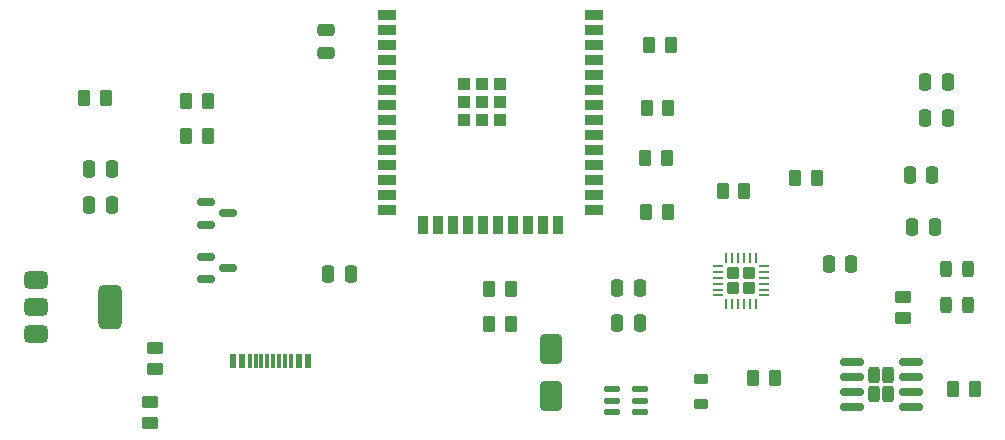
<source format=gtp>
%TF.GenerationSoftware,KiCad,Pcbnew,9.0.4*%
%TF.CreationDate,2025-10-24T17:48:01+05:30*%
%TF.ProjectId,sub_unit,7375625f-756e-4697-942e-6b696361645f,rev?*%
%TF.SameCoordinates,Original*%
%TF.FileFunction,Paste,Top*%
%TF.FilePolarity,Positive*%
%FSLAX46Y46*%
G04 Gerber Fmt 4.6, Leading zero omitted, Abs format (unit mm)*
G04 Created by KiCad (PCBNEW 9.0.4) date 2025-10-24 17:48:01*
%MOMM*%
%LPD*%
G01*
G04 APERTURE LIST*
G04 Aperture macros list*
%AMRoundRect*
0 Rectangle with rounded corners*
0 $1 Rounding radius*
0 $2 $3 $4 $5 $6 $7 $8 $9 X,Y pos of 4 corners*
0 Add a 4 corners polygon primitive as box body*
4,1,4,$2,$3,$4,$5,$6,$7,$8,$9,$2,$3,0*
0 Add four circle primitives for the rounded corners*
1,1,$1+$1,$2,$3*
1,1,$1+$1,$4,$5*
1,1,$1+$1,$6,$7*
1,1,$1+$1,$8,$9*
0 Add four rect primitives between the rounded corners*
20,1,$1+$1,$2,$3,$4,$5,0*
20,1,$1+$1,$4,$5,$6,$7,0*
20,1,$1+$1,$6,$7,$8,$9,0*
20,1,$1+$1,$8,$9,$2,$3,0*%
G04 Aperture macros list end*
%ADD10RoundRect,0.250000X-0.262500X-0.450000X0.262500X-0.450000X0.262500X0.450000X-0.262500X0.450000X0*%
%ADD11RoundRect,0.147500X-0.537500X-0.147500X0.537500X-0.147500X0.537500X0.147500X-0.537500X0.147500X0*%
%ADD12RoundRect,0.250000X-0.255000X-0.440000X0.255000X-0.440000X0.255000X0.440000X-0.255000X0.440000X0*%
%ADD13RoundRect,0.150000X-0.825000X-0.150000X0.825000X-0.150000X0.825000X0.150000X-0.825000X0.150000X0*%
%ADD14R,1.500000X0.900000*%
%ADD15R,0.900000X1.500000*%
%ADD16R,1.050000X1.050000*%
%ADD17RoundRect,0.250000X0.650000X-1.000000X0.650000X1.000000X-0.650000X1.000000X-0.650000X-1.000000X0*%
%ADD18RoundRect,0.250000X-0.250000X-0.475000X0.250000X-0.475000X0.250000X0.475000X-0.250000X0.475000X0*%
%ADD19RoundRect,0.150000X-0.587500X-0.150000X0.587500X-0.150000X0.587500X0.150000X-0.587500X0.150000X0*%
%ADD20R,0.590000X1.150000*%
%ADD21R,0.298000X1.150000*%
%ADD22RoundRect,0.250000X0.262500X0.450000X-0.262500X0.450000X-0.262500X-0.450000X0.262500X-0.450000X0*%
%ADD23RoundRect,0.250000X0.450000X-0.262500X0.450000X0.262500X-0.450000X0.262500X-0.450000X-0.262500X0*%
%ADD24RoundRect,0.218750X0.381250X-0.218750X0.381250X0.218750X-0.381250X0.218750X-0.381250X-0.218750X0*%
%ADD25RoundRect,0.243750X-0.243750X-0.456250X0.243750X-0.456250X0.243750X0.456250X-0.243750X0.456250X0*%
%ADD26RoundRect,0.250000X-0.450000X0.262500X-0.450000X-0.262500X0.450000X-0.262500X0.450000X0.262500X0*%
%ADD27RoundRect,0.250000X0.475000X-0.250000X0.475000X0.250000X-0.475000X0.250000X-0.475000X-0.250000X0*%
%ADD28RoundRect,0.250000X0.250000X0.475000X-0.250000X0.475000X-0.250000X-0.475000X0.250000X-0.475000X0*%
%ADD29RoundRect,0.375000X-0.625000X-0.375000X0.625000X-0.375000X0.625000X0.375000X-0.625000X0.375000X0*%
%ADD30RoundRect,0.500000X-0.500000X-1.400000X0.500000X-1.400000X0.500000X1.400000X-0.500000X1.400000X0*%
%ADD31RoundRect,0.250000X-0.275000X-0.275000X0.275000X-0.275000X0.275000X0.275000X-0.275000X0.275000X0*%
%ADD32RoundRect,0.062500X-0.350000X-0.062500X0.350000X-0.062500X0.350000X0.062500X-0.350000X0.062500X0*%
%ADD33RoundRect,0.062500X-0.062500X-0.350000X0.062500X-0.350000X0.062500X0.350000X-0.062500X0.350000X0*%
G04 APERTURE END LIST*
D10*
%TO.C,R11*%
X91162500Y-94564200D03*
X92987500Y-94564200D03*
%TD*%
%TO.C,R6*%
X99798500Y-97713800D03*
X101623500Y-97713800D03*
%TD*%
D11*
%TO.C,U3*%
X135836000Y-119202200D03*
X135836000Y-120152200D03*
X135836000Y-121102200D03*
X138176000Y-121102200D03*
X138176000Y-120152200D03*
X138176000Y-119202200D03*
%TD*%
D12*
%TO.C,U2*%
X158038800Y-117957600D03*
X158038800Y-119607600D03*
X159238800Y-117957600D03*
X159238800Y-119607600D03*
D13*
X156163800Y-116877600D03*
X156163800Y-118147600D03*
X156163800Y-119417600D03*
X156163800Y-120687600D03*
X161113800Y-120687600D03*
X161113800Y-119417600D03*
X161113800Y-118147600D03*
X161113800Y-116877600D03*
%TD*%
D14*
%TO.C,U4*%
X116781600Y-87550700D03*
X116781600Y-88820700D03*
X116781600Y-90090700D03*
X116781600Y-91360700D03*
X116781600Y-92630700D03*
X116781600Y-93900700D03*
X116781600Y-95170700D03*
X116781600Y-96440700D03*
X116781600Y-97710700D03*
X116781600Y-98980700D03*
X116781600Y-100250700D03*
X116781600Y-101520700D03*
X116781600Y-102790700D03*
X116781600Y-104060700D03*
D15*
X119821600Y-105310700D03*
X121091600Y-105310700D03*
X122361600Y-105310700D03*
X123631600Y-105310700D03*
X124901600Y-105310700D03*
X126171600Y-105310700D03*
X127441600Y-105310700D03*
X128711600Y-105310700D03*
X129981600Y-105310700D03*
X131251600Y-105310700D03*
D14*
X134281600Y-104060700D03*
X134281600Y-102790700D03*
X134281600Y-101520700D03*
X134281600Y-100250700D03*
X134281600Y-98980700D03*
X134281600Y-97710700D03*
X134281600Y-96440700D03*
X134281600Y-95170700D03*
X134281600Y-93900700D03*
X134281600Y-92630700D03*
X134281600Y-91360700D03*
X134281600Y-90090700D03*
X134281600Y-88820700D03*
X134281600Y-87550700D03*
D16*
X123326600Y-93365700D03*
X123326600Y-94890700D03*
X123326600Y-96415700D03*
X124851600Y-93365700D03*
X124851600Y-94890700D03*
X124851600Y-96415700D03*
X126376600Y-93365700D03*
X126376600Y-94890700D03*
X126376600Y-96415700D03*
%TD*%
D17*
%TO.C,D4*%
X130708400Y-119773200D03*
X130708400Y-115773200D03*
%TD*%
D18*
%TO.C,C3*%
X91582200Y-100558600D03*
X93482200Y-100558600D03*
%TD*%
D10*
%TO.C,R7*%
X125429000Y-110744000D03*
X127254000Y-110744000D03*
%TD*%
D19*
%TO.C,Q1*%
X101447600Y-103357600D03*
X101447600Y-105257600D03*
X103322600Y-104307600D03*
%TD*%
D18*
%TO.C,C5*%
X136286200Y-110617000D03*
X138186200Y-110617000D03*
%TD*%
%TO.C,C7*%
X111810800Y-109397800D03*
X113710800Y-109397800D03*
%TD*%
D20*
%TO.C,J4*%
X103706000Y-116814600D03*
X104506000Y-116814600D03*
D21*
X105656000Y-116814600D03*
X106656000Y-116814600D03*
X107156000Y-116814600D03*
X108156000Y-116814600D03*
D20*
X110106000Y-116814600D03*
X109306000Y-116814600D03*
D21*
X108656000Y-116814600D03*
X107656000Y-116814600D03*
X106156000Y-116814600D03*
X105156000Y-116814600D03*
%TD*%
D10*
%TO.C,R14*%
X138787500Y-95402400D03*
X140612500Y-95402400D03*
%TD*%
D18*
%TO.C,C2*%
X154193200Y-108559600D03*
X156093200Y-108559600D03*
%TD*%
%TO.C,C1*%
X161261600Y-105425000D03*
X163161600Y-105425000D03*
%TD*%
D22*
%TO.C,R1*%
X166571300Y-119151400D03*
X164746300Y-119151400D03*
%TD*%
D23*
%TO.C,R9*%
X97180400Y-117523900D03*
X97180400Y-115698900D03*
%TD*%
D22*
%TO.C,R4*%
X149627600Y-118211600D03*
X147802600Y-118211600D03*
%TD*%
D18*
%TO.C,C9*%
X162346600Y-93218000D03*
X164246600Y-93218000D03*
%TD*%
D10*
%TO.C,R15*%
X138658600Y-99593400D03*
X140483600Y-99593400D03*
%TD*%
%TO.C,R3*%
X145213700Y-102438200D03*
X147038700Y-102438200D03*
%TD*%
D18*
%TO.C,C6*%
X136286200Y-113627000D03*
X138186200Y-113627000D03*
%TD*%
D24*
%TO.C,L1*%
X143357600Y-120467900D03*
X143357600Y-118342900D03*
%TD*%
D18*
%TO.C,C10*%
X162346600Y-96228000D03*
X164246600Y-96228000D03*
%TD*%
D25*
%TO.C,D2*%
X164134800Y-112031400D03*
X166009800Y-112031400D03*
%TD*%
D10*
%TO.C,R13*%
X138963400Y-90068400D03*
X140788400Y-90068400D03*
%TD*%
%TO.C,R5*%
X99798500Y-94763800D03*
X101623500Y-94763800D03*
%TD*%
D25*
%TO.C,D1*%
X164134800Y-108991400D03*
X166009800Y-108991400D03*
%TD*%
D23*
%TO.C,R22*%
X96697800Y-122094000D03*
X96697800Y-120269000D03*
%TD*%
D10*
%TO.C,R10*%
X138736700Y-104165400D03*
X140561700Y-104165400D03*
%TD*%
D26*
%TO.C,R2*%
X160502600Y-111355500D03*
X160502600Y-113180500D03*
%TD*%
D10*
%TO.C,R8*%
X125429000Y-113694000D03*
X127254000Y-113694000D03*
%TD*%
D27*
%TO.C,C12_BYP1*%
X111607600Y-90703400D03*
X111607600Y-88803400D03*
%TD*%
D18*
%TO.C,C8_BYP1*%
X161029100Y-101100000D03*
X162929100Y-101100000D03*
%TD*%
D10*
%TO.C,R12*%
X151333200Y-101346000D03*
X153158200Y-101346000D03*
%TD*%
D28*
%TO.C,C4*%
X93482200Y-103568600D03*
X91582200Y-103568600D03*
%TD*%
D29*
%TO.C,U1*%
X87045400Y-109954700D03*
X87045400Y-112254700D03*
D30*
X93345400Y-112254700D03*
D29*
X87045400Y-114554700D03*
%TD*%
D19*
%TO.C,Q2*%
X101447600Y-107982600D03*
X101447600Y-109882600D03*
X103322600Y-108932600D03*
%TD*%
D31*
%TO.C,U6*%
X146111200Y-109357400D03*
X146111200Y-110657400D03*
X147411200Y-109357400D03*
X147411200Y-110657400D03*
D32*
X144823700Y-108757400D03*
X144823700Y-109257400D03*
X144823700Y-109757400D03*
X144823700Y-110257400D03*
X144823700Y-110757400D03*
X144823700Y-111257400D03*
D33*
X145511200Y-111944900D03*
X146011200Y-111944900D03*
X146511200Y-111944900D03*
X147011200Y-111944900D03*
X147511200Y-111944900D03*
X148011200Y-111944900D03*
D32*
X148698700Y-111257400D03*
X148698700Y-110757400D03*
X148698700Y-110257400D03*
X148698700Y-109757400D03*
X148698700Y-109257400D03*
X148698700Y-108757400D03*
D33*
X148011200Y-108069900D03*
X147511200Y-108069900D03*
X147011200Y-108069900D03*
X146511200Y-108069900D03*
X146011200Y-108069900D03*
X145511200Y-108069900D03*
%TD*%
M02*

</source>
